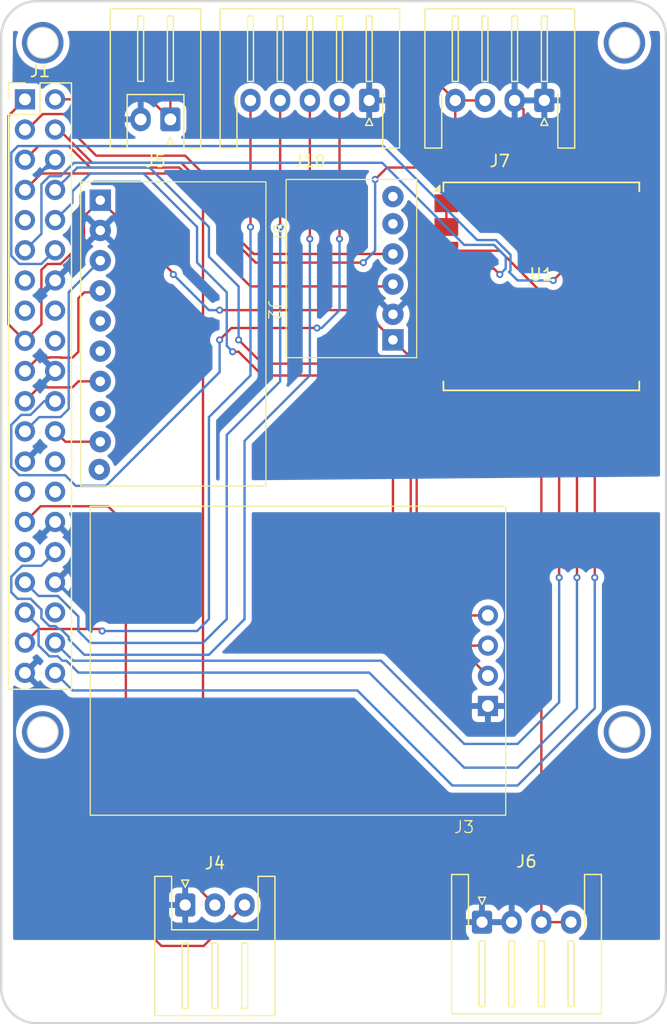
<source format=kicad_pcb>
(kicad_pcb (version 20241229) (generator "pcbnew") (generator_version "9.0")
  (layers (0 "F.Cu" signal) (2 "B.Cu" signal) (13 "F.Paste" user) (15 "B.Paste" user) (5 "F.SilkS" user "F.Silkscreen") (7 "B.SilkS" user "B.Silkscreen") (1 "F.Mask" user) (3 "B.Mask" user) (25 "Edge.Cuts" user))
  (net 0 "")
  (net 1 "/LORA_SCK")
  (net 2 "/GPS_TX")
  (net 3 "/PARACHUTE_ACTIVATION")
  (net 4 "+5V")
  (net 5 "/MPU_MISO")
  (net 6 "/LED_ALIM_AEROFR")
  (net 7 "/PARA_STATE_FEEDBACK")
  (net 8 "/LED_ALIM_LORA")
  (net 9 "GND")
  (net 11 "/SDA")
  (net 12 "/LED_OUVERT_PARA")
  (net 13 "/LED_INIT_AEROFR")
  (net 14 "+3V3")
  (net 15 "/SCL")
  (net 17 "/LED_FONC_PROGRAMMES")
  (net 18 "/MPU_CS")
  (net 19 "/GPS_RX")
  (net 20 "/LED_FONC_LORA")
  (net 21 "/LORA_CS")
  (net 22 "/LORA_RST")
  (net 23 "/LORA_MISO")
  (net 24 "/LORA_MOSI")
  (net 27 "/LED_ALIM_PARA")
  (net 28 "/MPU_MOSI")
  (net 29 "/MPU_SCK")
  (net 30 "/LED_ALIM_RPI_CAPTEURS")
  (net 31 "/LED_DECL_PARA")
  (net 32 "+3V3_LORA")
  (footprint "PHOENIX:BME 280" (layer "F.Cu") (at 108 58 -90)
    (property "Reference" "J2" (at 6 6 270) (layer "F.SilkS") (effects (font (thickness 0.1))))
    (property "Value" "BME280")
    (fp_line (start -5 5) (end -5 -6) (stroke (width 0.1)) (layer "F.SilkS"))
    (fp_line (start 10 5) (end -5 5) (stroke (width 0.1)) (layer "F.SilkS"))
    (fp_line (start -5 -6) (end 10 -6) (stroke (width 0.1)) (layer "F.SilkS"))
    (fp_line (start 10 -6) (end 10 5) (stroke (width 0.1)) (layer "F.SilkS"))
    (pad "1" thru_hole rect (at 8.5 -4 270) (size 1.8 1.8) (drill 0.8) (layers "*.Cu" "*.Mask") (net 14 "+3V3") (clearance 0.37))
    (pad "2" thru_hole circle (at 6.35 -4 270) (size 1.8 1.8) (drill 0.8) (layers "*.Cu" "*.Mask") (net 9 "GND") (clearance 0.37))
    (pad "3" thru_hole circle (at 3.81 -4 270) (size 1.8 1.8) (drill 0.8) (layers "*.Cu" "*.Mask") (net 15 "/SCL") (clearance 0.37))
    (pad "4" thru_hole circle (at 1.27 -4 270) (size 1.8 1.8) (drill 0.8) (layers "*.Cu" "*.Mask") (net 11 "/SDA") (clearance 0.37))
    (pad "5" thru_hole circle (at -1.27 -4 270) (size 1.8 1.8) (drill 0.8) (layers "*.Cu" "*.Mask") (clearance 0.37))
    (pad "6" thru_hole circle (at -3.556 -4 270) (size 1.8 1.8) (drill 0.8) (layers "*.Cu" "*.Mask") (clearance 0.37))
  )
  (footprint "Connector_JST:JST_XH_S3B-XH-A_1x03_P2.50mm_Horizontal" (layer "F.Cu") (at 94.5 114.055)
    (property "Reference" "J4" (at 2.5 -3.51 0) (layer "F.SilkS"))
    (property "Value" "PARACHUTE")
    (fp_line (start -2.56 -2.41) (end -1.14 -2.41) (stroke (width 0.12)) (layer "F.SilkS"))
    (fp_line (start -2.56 9.31) (end -2.56 -2.41) (stroke (width 0.12)) (layer "F.SilkS"))
    (fp_line (start -1.14 -2.41) (end -1.14 2.09) (stroke (width 0.12)) (layer "F.SilkS"))
    (fp_line (start -1.14 2.09) (end 2.5 2.09) (stroke (width 0.12)) (layer "F.SilkS"))
    (fp_line (start -0.3 -2.1) (end 0.3 -2.1) (stroke (width 0.12)) (layer "F.SilkS"))
    (fp_line (start 0 -1.5) (end -0.3 -2.1) (stroke (width 0.12)) (layer "F.SilkS"))
    (fp_line (start 0.3 -2.1) (end 0 -1.5) (stroke (width 0.12)) (layer "F.SilkS"))
    (fp_line (start 2.5 9.31) (end -2.56 9.31) (stroke (width 0.12)) (layer "F.SilkS"))
    (fp_line (start 2.5 9.31) (end 7.56 9.31) (stroke (width 0.12)) (layer "F.SilkS"))
    (fp_line (start 6.14 -2.41) (end 6.14 2.09) (stroke (width 0.12)) (layer "F.SilkS"))
    (fp_line (start 6.14 2.09) (end 2.5 2.09) (stroke (width 0.12)) (layer "F.SilkS"))
    (fp_line (start 7.56 -2.41) (end 6.14 -2.41) (stroke (width 0.12)) (layer "F.SilkS"))
    (fp_line (start 7.56 9.31) (end 7.56 -2.41) (stroke (width 0.12)) (layer "F.SilkS"))
    (fp_rect (start -0.25 3.2) (end 0.25 8.7) (stroke (width 0.12)) (fill no) (layer "F.SilkS"))
    (fp_rect (start 2.25 3.2) (end 2.75 8.7) (stroke (width 0.12)) (fill no) (layer "F.SilkS"))
    (fp_rect (start 4.75 3.2) (end 5.25 8.7) (stroke (width 0.12)) (fill no) (layer "F.SilkS"))
    (pad "1" thru_hole roundrect (at 0 0) (size 1.7 1.95) (drill 0.95) (layers "*.Cu" "*.Mask") (roundrect_rratio 0.147059) (net 9 "GND"))
    (pad "2" thru_hole oval (at 2.5 0) (size 1.7 1.95) (drill 0.95) (layers "*.Cu" "*.Mask") (net 3 "/PARACHUTE_ACTIVATION"))
    (pad "3" thru_hole oval (at 5 0) (size 1.7 1.95) (drill 0.95) (layers "*.Cu" "*.Mask") (net 7 "/PARA_STATE_FEEDBACK"))
  )
  (footprint "Connector_PinHeader_2.54mm:PinHeader_2x20_P2.54mm_Vertical" (layer "F.Cu") (at 81 46.26)
    (property "Reference" "J1" (at 1.27 -2.38 0) (layer "F.SilkS"))
    (property "Value" "Raspberry_Pi_4")
    (fp_line (start -1.38 -1.38) (end 0 -1.38) (stroke (width 0.12)) (layer "F.SilkS"))
    (fp_line (start -1.38 0) (end -1.38 -1.38) (stroke (width 0.12)) (layer "F.SilkS"))
    (fp_line (start -1.38 1.27) (end -1.38 49.64) (stroke (width 0.12)) (layer "F.SilkS"))
    (fp_line (start -1.38 1.27) (end 1.27 1.27) (stroke (width 0.12)) (layer "F.SilkS"))
    (fp_line (start -1.38 49.64) (end 3.92 49.64) (stroke (width 0.12)) (layer "F.SilkS"))
    (fp_line (start 1.27 -1.38) (end 3.92 -1.38) (stroke (width 0.12)) (layer "F.SilkS"))
    (fp_line (start 1.27 1.27) (end 1.27 -1.38) (stroke (width 0.12)) (layer "F.SilkS"))
    (fp_line (start 3.92 -1.38) (end 3.92 49.64) (stroke (width 0.12)) (layer "F.SilkS"))
    (pad "1" thru_hole rect (at 0 0) (size 1.7 1.7) (drill 1) (layers "*.Cu" "*.Mask") (net 14 "+3V3"))
    (pad "2" thru_hole circle (at 2.54 0) (size 1.7 1.7) (drill 1) (layers "*.Cu" "*.Mask") (net 4 "+5V"))
    (pad "3" thru_hole circle (at 0 2.54) (size 1.7 1.7) (drill 1) (layers "*.Cu" "*.Mask") (net 11 "/SDA"))
    (pad "4" thru_hole circle (at 2.54 2.54) (size 1.7 1.7) (drill 1) (layers "*.Cu" "*.Mask") (net 4 "+5V"))
    (pad "5" thru_hole circle (at 0 5.08) (size 1.7 1.7) (drill 1) (layers "*.Cu" "*.Mask") (net 15 "/SCL"))
    (pad "6" thru_hole circle (at 2.54 5.08) (size 1.7 1.7) (drill 1) (layers "*.Cu" "*.Mask") (net 9 "GND"))
    (pad "7" thru_hole circle (at 0 7.62) (size 1.7 1.7) (drill 1) (layers "*.Cu" "*.Mask") (net 3 "/PARACHUTE_ACTIVATION"))
    (pad "8" thru_hole circle (at 2.54 7.62) (size 1.7 1.7) (drill 1) (layers "*.Cu" "*.Mask") (net 19 "/GPS_RX"))
    (pad "9" thru_hole circle (at 0 10.16) (size 1.7 1.7) (drill 1) (layers "*.Cu" "*.Mask") (net 9 "GND"))
    (pad "10" thru_hole circle (at 2.54 10.16) (size 1.7 1.7) (drill 1) (layers "*.Cu" "*.Mask") (net 2 "/GPS_TX"))
    (pad "11" thru_hole circle (at 0 12.7) (size 1.7 1.7) (drill 1) (layers "*.Cu" "*.Mask") (net 22 "/LORA_RST"))
    (pad "12" thru_hole circle (at 2.54 12.7) (size 1.7 1.7) (drill 1) (layers "*.Cu" "*.Mask") (net 21 "/LORA_CS"))
    (pad "13" thru_hole circle (at 0 15.24) (size 1.7 1.7) (drill 1) (layers "*.Cu" "*.Mask"))
    (pad "14" thru_hole circle (at 2.54 15.24) (size 1.7 1.7) (drill 1) (layers "*.Cu" "*.Mask") (net 9 "GND"))
    (pad "15" thru_hole circle (at 0 17.78) (size 1.7 1.7) (drill 1) (layers "*.Cu" "*.Mask") (net 27 "/LED_ALIM_PARA"))
    (pad "16" thru_hole circle (at 2.54 17.78) (size 1.7 1.7) (drill 1) (layers "*.Cu" "*.Mask") (net 12 "/LED_OUVERT_PARA"))
    (pad "17" thru_hole circle (at 0 20.32) (size 1.7 1.7) (drill 1) (layers "*.Cu" "*.Mask") (net 14 "+3V3"))
    (pad "18" thru_hole circle (at 2.54 20.32) (size 1.7 1.7) (drill 1) (layers "*.Cu" "*.Mask") (net 31 "/LED_DECL_PARA"))
    (pad "19" thru_hole circle (at 0 22.86) (size 1.7 1.7) (drill 1) (layers "*.Cu" "*.Mask") (net 28 "/MPU_MOSI"))
    (pad "20" thru_hole circle (at 2.54 22.86) (size 1.7 1.7) (drill 1) (layers "*.Cu" "*.Mask") (net 9 "GND"))
    (pad "21" thru_hole circle (at 0 25.4) (size 1.7 1.7) (drill 1) (layers "*.Cu" "*.Mask") (net 5 "/MPU_MISO"))
    (pad "22" thru_hole circle (at 2.54 25.4) (size 1.7 1.7) (drill 1) (layers "*.Cu" "*.Mask") (net 30 "/LED_ALIM_RPI_CAPTEURS"))
    (pad "23" thru_hole circle (at 0 27.94) (size 1.7 1.7) (drill 1) (layers "*.Cu" "*.Mask") (net 29 "/MPU_SCK"))
    (pad "24" thru_hole circle (at 2.54 27.94) (size 1.7 1.7) (drill 1) (layers "*.Cu" "*.Mask") (net 18 "/MPU_CS"))
    (pad "25" thru_hole circle (at 0 30.48) (size 1.7 1.7) (drill 1) (layers "*.Cu" "*.Mask") (net 9 "GND"))
    (pad "26" thru_hole circle (at 2.54 30.48) (size 1.7 1.7) (drill 1) (layers "*.Cu" "*.Mask") (net 13 "/LED_INIT_AEROFR"))
    (pad "27" thru_hole circle (at 0 33.02) (size 1.7 1.7) (drill 1) (layers "*.Cu" "*.Mask"))
    (pad "28" thru_hole circle (at 2.54 33.02) (size 1.7 1.7) (drill 1) (layers "*.Cu" "*.Mask"))
    (pad "29" thru_hole circle (at 0 35.56) (size 1.7 1.7) (drill 1) (layers "*.Cu" "*.Mask") (net 7 "/PARA_STATE_FEEDBACK"))
    (pad "30" thru_hole circle (at 2.54 35.56) (size 1.7 1.7) (drill 1) (layers "*.Cu" "*.Mask") (net 9 "GND"))
    (pad "31" thru_hole circle (at 0 38.1) (size 1.7 1.7) (drill 1) (layers "*.Cu" "*.Mask") (net 6 "/LED_ALIM_AEROFR"))
    (pad "32" thru_hole circle (at 2.54 38.1) (size 1.7 1.7) (drill 1) (layers "*.Cu" "*.Mask") (net 8 "/LED_ALIM_LORA"))
    (pad "33" thru_hole circle (at 0 40.64) (size 1.7 1.7) (drill 1) (layers "*.Cu" "*.Mask") (net 20 "/LED_FONC_LORA"))
    (pad "34" thru_hole circle (at 2.54 40.64) (size 1.7 1.7) (drill 1) (layers "*.Cu" "*.Mask") (net 9 "GND"))
    (pad "35" thru_hole circle (at 0 43.18) (size 1.7 1.7) (drill 1) (layers "*.Cu" "*.Mask") (net 23 "/LORA_MISO"))
    (pad "36" thru_hole circle (at 2.54 43.18) (size 1.7 1.7) (drill 1) (layers "*.Cu" "*.Mask"))
    (pad "37" thru_hole circle (at 0 45.72) (size 1.7 1.7) (drill 1) (layers "*.Cu" "*.Mask") (net 17 "/LED_FONC_PROGRAMMES"))
    (pad "38" thru_hole circle (at 2.54 45.72) (size 1.7 1.7) (drill 1) (layers "*.Cu" "*.Mask") (net 24 "/LORA_MOSI"))
    (pad "39" thru_hole circle (at 0 48.26) (size 1.7 1.7) (drill 1) (layers "*.Cu" "*.Mask") (net 9 "GND"))
    (pad "40" thru_hole circle (at 2.54 48.26) (size 1.7 1.7) (drill 1) (layers "*.Cu" "*.Mask") (net 1 "/LORA_SCK"))
  )
  (footprint "Connector_JST:JST_XH_S5B-XH-A-1_1x05_P2.50mm_Horizontal" (layer "F.Cu") (at 110 46.35 180)
    (property "Reference" "J10" (at 5 -5.1 0) (layer "F.SilkS"))
    (property "Value" "Conn_01x05")
    (fp_line (start 12.56 7.71) (end 12.56 -4.01) (stroke (width 0.12)) (layer "F.SilkS"))
    (fp_line (start 12.56 -4.01) (end 11.14 -4.01) (stroke (width 0.12)) (layer "F.SilkS"))
    (fp_line (start 11.14 -4.01) (end 11.14 0.49) (stroke (width 0.12)) (layer "F.SilkS"))
    (fp_line (start 5 7.71) (end 12.56 7.71) (stroke (width 0.12)) (layer "F.SilkS"))
    (fp_line (start 5 7.71) (end -2.56 7.71) (stroke (width 0.12)) (layer "F.SilkS"))
    (fp_line (start 0.3 -2.1) (end 0 -1.5) (stroke (width 0.12)) (layer "F.SilkS"))
    (fp_line (start 0 -1.5) (end -0.3 -2.1) (stroke (width 0.12)) (layer "F.SilkS"))
    (fp_line (start -0.3 -2.1) (end 0.3 -2.1) (stroke (width 0.12)) (layer "F.SilkS"))
    (fp_line (start -1.14 -4.01) (end -1.14 0.49) (stroke (width 0.12)) (layer "F.SilkS"))
    (fp_line (start -2.56 7.71) (end -2.56 -4.01) (stroke (width 0.12)) (layer "F.SilkS"))
    (fp_line (start -2.56 -4.01) (end -1.14 -4.01) (stroke (width 0.12)) (layer "F.SilkS"))
    (fp_rect (start 9.75 1.6) (end 10.25 7.1) (stroke (width 0.12)) (fill no) (layer "F.SilkS"))
    (fp_rect (start 7.25 1.6) (end 7.75 7.1) (stroke (width 0.12)) (fill no) (layer "F.SilkS"))
    (fp_rect (start 4.75 1.6) (end 5.25 7.1) (stroke (width 0.12)) (fill no) (layer "F.SilkS"))
    (fp_rect (start 2.25 1.6) (end 2.75 7.1) (stroke (width 0.12)) (fill no) (layer "F.SilkS"))
    (fp_rect (start -0.25 1.6) (end 0.25 7.1) (stroke (width 0.12)) (fill no) (layer "F.SilkS"))
    (pad "1" thru_hole roundrect (at 0 0 180) (size 1.7 1.95) (drill 0.95) (layers "*.Cu" "*.Mask") (roundrect_rratio 0.147059) (net 9 "GND"))
    (pad "2" thru_hole oval (at 2.5 0 180) (size 1.7 1.95) (drill 0.95) (layers "*.Cu" "*.Mask") (net 30 "/LED_ALIM_RPI_CAPTEURS"))
    (pad "3" thru_hole oval (at 5 0 180) (size 1.7 1.95) (drill 0.95) (layers "*.Cu" "*.Mask") (net 8 "/LED_ALIM_LORA"))
    (pad "4" thru_hole oval (at 7.5 0 180) (size 1.7 1.95) (drill 0.95) (layers "*.Cu" "*.Mask") (net 20 "/LED_FONC_LORA"))
    (pad "5" thru_hole oval (at 10 0 180) (size 1.7 1.95) (drill 0.95) (layers "*.Cu" "*.Mask") (net 17 "/LED_FONC_PROGRAMMES"))
  )
  (footprint "Connector_JST:JST_XH_S4B-XH-A-1_1x04_P2.50mm_Horizontal" (layer "F.Cu") (at 124.75 46.35 180)
    (property "Reference" "J7" (at 3.75 -5.1 0) (layer "F.SilkS"))
    (property "Value" "power_RPI")
    (fp_line (start 10.06 7.71) (end 10.06 -4.01) (stroke (width 0.12)) (layer "F.SilkS"))
    (fp_line (start 10.06 -4.01) (end 8.64 -4.01) (stroke (width 0.12)) (layer "F.SilkS"))
    (fp_line (start 8.64 -4.01) (end 8.64 0.49) (stroke (width 0.12)) (layer "F.SilkS"))
    (fp_line (start 3.75 7.71) (end 10.06 7.71) (stroke (width 0.12)) (layer "F.SilkS"))
    (fp_line (start 3.75 7.71) (end -2.56 7.71) (stroke (width 0.12)) (layer "F.SilkS"))
    (fp_line (start 0.3 -2.1) (end 0 -1.5) (stroke (width 0.12)) (layer "F.SilkS"))
    (fp_line (start 0 -1.5) (end -0.3 -2.1) (stroke (width 0.12)) (layer "F.SilkS"))
    (fp_line (start -0.3 -2.1) (end 0.3 -2.1) (stroke (width 0.12)) (layer "F.SilkS"))
    (fp_line (start -1.14 -4.01) (end -1.14 0.49) (stroke (width 0.12)) (layer "F.SilkS"))
    (fp_line (start -2.56 7.71) (end -2.56 -4.01) (stroke (width 0.12)) (layer "F.SilkS"))
    (fp_line (start -2.56 -4.01) (end -1.14 -4.01) (stroke (width 0.12)) (layer "F.SilkS"))
    (fp_rect (start 7.25 1.6) (end 7.75 7.1) (stroke (width 0.12)) (fill no) (layer "F.SilkS"))
    (fp_rect (start 4.75 1.6) (end 5.25 7.1) (stroke (width 0.12)) (fill no) (layer "F.SilkS"))
    (fp_rect (start 2.25 1.6) (end 2.75 7.1) (stroke (width 0.12)) (fill no) (layer "F.SilkS"))
    (fp_rect (start -0.25 1.6) (end 0.25 7.1) (stroke (width 0.12)) (fill no) (layer "F.SilkS"))
    (pad "1" thru_hole roundrect (at 0 0 180) (size 1.7 1.95) (drill 0.95) (layers "*.Cu" "*.Mask") (roundrect_rratio 0.147059) (net 9 "GND"))
    (pad "2" thru_hole oval (at 2.5 0 180) (size 1.7 1.95) (drill 0.95) (layers "*.Cu" "*.Mask") (net 9 "GND"))
    (pad "3" thru_hole oval (at 5 0 180) (size 1.7 1.95) (drill 0.95) (layers "*.Cu" "*.Mask") (net 4 "+5V"))
    (pad "4" thru_hole oval (at 7.5 0 180) (size 1.7 1.95) (drill 0.95) (layers "*.Cu" "*.Mask") (net 4 "+5V"))
  )
  (footprint "RF_Module:Ai-Thinker-Ra-01-LoRa" (layer "F.Cu") (at 124.5 62)
    (property "Reference" "U1" (at 0 -1 0) (layer "F.SilkS"))
    (property "Value" "Ai-Thinker-Ra-02")
    (fp_line (start -8.25 -8.75) (end 8.25 -8.75) (stroke (width 0.15)) (layer "F.SilkS"))
    (fp_line (start -8.25 -8) (end -8.25 -8.75) (stroke (width 0.15)) (layer "F.SilkS"))
    (fp_line (start -8.25 8) (end -8.25 8.75) (stroke (width 0.15)) (layer "F.SilkS"))
    (fp_line (start -8.25 8.75) (end 8.25 8.75) (stroke (width 0.15)) (layer "F.SilkS"))
    (fp_line (start 8.25 -8.75) (end 8.25 -8) (stroke (width 0.15)) (layer "F.SilkS"))
    (fp_line (start 8.25 8.75) (end 8.25 8) (stroke (width 0.15)) (layer "F.SilkS"))
    (fp_poly (pts (xy -8.55 -8) (xy -9.05 -8) (xy -8.55 -8.5) (xy -8.55 -8)) (stroke (width 0.12)) (fill yes) (layer "F.SilkS"))
    (pad "1" smd rect (at -8 -7) (size 2 1.5) (layers "F.Cu" "F.Mask" "F.Paste") (net 9 "GND"))
    (pad "2" smd rect (at -8 -5) (size 2 1.5) (layers "F.Cu" "F.Mask" "F.Paste") (net 9 "GND"))
    (pad "3" smd rect (at -8 -3) (size 2 1.5) (layers "F.Cu" "F.Mask" "F.Paste") (net 32 "+3V3_LORA"))
    (pad "4" smd rect (at -8 -1) (size 2 1.5) (layers "F.Cu" "F.Mask" "F.Paste") (net 22 "/LORA_RST"))
    (pad "5" smd rect (at -8 1) (size 2 1.5) (layers "F.Cu" "F.Mask" "F.Paste"))
    (pad "6" smd rect (at -8 3) (size 2 1.5) (layers "F.Cu" "F.Mask" "F.Paste"))
    (pad "7" smd rect (at -8 5) (size 2 1.5) (layers "F.Cu" "F.Mask" "F.Paste"))
    (pad "8" smd rect (at -8 7) (size 2 1.5) (layers "F.Cu" "F.Mask" "F.Paste"))
    (pad "9" smd rect (at 8 7) (size 2 1.5) (layers "F.Cu" "F.Mask" "F.Paste") (net 9 "GND"))
    (pad "10" smd rect (at 8 5) (size 2 1.5) (layers "F.Cu" "F.Mask" "F.Paste"))
    (pad "11" smd rect (at 8 3) (size 2 1.5) (layers "F.Cu" "F.Mask" "F.Paste"))
    (pad "12" smd rect (at 8 1) (size 2 1.5) (layers "F.Cu" "F.Mask" "F.Paste") (net 1 "/LORA_SCK"))
    (pad "13" smd rect (at 8 -1) (size 2 1.5) (layers "F.Cu" "F.Mask" "F.Paste") (net 23 "/LORA_MISO"))
    (pad "14" smd rect (at 8 -3) (size 2 1.5) (layers "F.Cu" "F.Mask" "F.Paste") (net 24 "/LORA_MOSI"))
    (pad "15" smd rect (at 8 -5) (size 2 1.5) (layers "F.Cu" "F.Mask" "F.Paste") (net 21 "/LORA_CS"))
    (pad "16" smd rect (at 8 -7) (size 2 1.5) (layers "F.Cu" "F.Mask" "F.Paste") (net 9 "GND"))
  )
  (footprint "Connector_JST:JST_XH_S4B-XH-A-1_1x04_P2.50mm_Horizontal" (layer "F.Cu") (at 119.5 115.5)
    (property "Reference" "J6" (at 3.75 -5.1 0) (layer "F.SilkS"))
    (property "Value" "power LORA")
    (fp_line (start -2.56 -4.01) (end -1.14 -4.01) (stroke (width 0.12)) (layer "F.SilkS"))
    (fp_line (start -2.56 7.71) (end -2.56 -4.01) (stroke (width 0.12)) (layer "F.SilkS"))
    (fp_line (start -1.14 -4.01) (end -1.14 0.49) (stroke (width 0.12)) (layer "F.SilkS"))
    (fp_line (start -0.3 -2.1) (end 0.3 -2.1) (stroke (width 0.12)) (layer "F.SilkS"))
    (fp_line (start 0 -1.5) (end -0.3 -2.1) (stroke (width 0.12)) (layer "F.SilkS"))
    (fp_line (start 0.3 -2.1) (end 0 -1.5) (stroke (width 0.12)) (layer "F.SilkS"))
    (fp_line (start 3.75 7.71) (end -2.56 7.71) (stroke (width 0.12)) (layer "F.SilkS"))
    (fp_line (start 3.75 7.71) (end 10.06 7.71) (stroke (width 0.12)) (layer "F.SilkS"))
    (fp_line (start 8.64 -4.01) (end 8.64 0.49) (stroke (width 0.12)) (layer "F.SilkS"))
    (fp_line (start 10.06 -4.01) (end 8.64 -4.01) (stroke (width 0.12)) (layer "F.SilkS"))
    (fp_line (start 10.06 7.71) (end 10.06 -4.01) (stroke (width 0.12)) (layer "F.SilkS"))
    (fp_rect (start -0.25 1.6) (end 0.25 7.1) (stroke (width 0.12)) (fill no) (layer "F.SilkS"))
    (fp_rect (start 2.25 1.6) (end 2.75 7.1) (stroke (width 0.12)) (fill no) (layer "F.SilkS"))
    (fp_rect (start 4.75 1.6) (end 5.25 7.1) (stroke (width 0.12)) (fill no) (layer "F.SilkS"))
    (fp_rect (start 7.25 1.6) (end 7.75 7.1) (stroke (width 0.12)) (fill no) (layer "F.SilkS"))
    (pad "1" thru_hole roundrect (at 0 0) (size 1.7 1.95) (drill 0.95) (layers "*.Cu" "*.Mask") (roundrect_rratio 0.147059) (net 9 "GND"))
    (pad "2" thru_hole oval (at 2.5 0) (size 1.7 1.95) (drill 0.95) (layers "*.Cu" "*.Mask") (net 9 "GND"))
    (pad "3" thru_hole oval (at 5 0) (size 1.7 1.95) (drill 0.95) (layers "*.Cu" "*.Mask") (net 32 "+3V3_LORA"))
    (pad "4" thru_hole oval (at 7.5 0) (size 1.7 1.95) (drill 0.95) (layers "*.Cu" "*.Mask") (net 32 "+3V3_LORA"))
  )
  (footprint "PHOENIX:GPS-MV2" (layer "F.Cu") (at 104 93.5)
    (property "Reference" "J3" (at 14 14 0) (layer "F.SilkS") (effects (font (thickness 0.1))))
    (property "Value" "GPS")
    (fp_line (start -17.5 -13) (end 17.5 -13) (stroke (width 0.1)) (layer "F.SilkS"))
    (fp_line (start -17.5 13) (end -17.5 -13) (stroke (width 0.1)) (layer "F.SilkS"))
    (fp_line (start 17.5 -13) (end 17.5 13) (stroke (width 0.1)) (layer "F.SilkS"))
    (fp_line (start 17.5 13) (end -17.5 13) (stroke (width 0.1)) (layer "F.SilkS"))
    (pad "1" thru_hole rect (at 16 3.81 180) (size 1.7 1.7) (drill 1) (layers "*.Cu" "*.Mask") (net 9 "GND"))
    (pad "2" thru_hole circle (at 16 1.27 180) (size 1.7 1.7) (drill 1) (layers "*.Cu" "*.Mask") (net 2 "/GPS_TX"))
    (pad "3" thru_hole circle (at 16 -1.27 180) (size 1.7 1.7) (drill 1) (layers "*.Cu" "*.Mask") (net 19 "/GPS_RX"))
    (pad "4" thru_hole circle (at 16 -3.81 180) (size 1.7 1.7) (drill 1) (layers "*.Cu" "*.Mask") (net 14 "+3V3"))
  )
  (footprint "Connector_JST:JST_XH_S2B-XH-A_1x02_P2.50mm_Horizontal" (layer "F.Cu") (at 93.25 47.945 180)
    (property "Reference" "J5" (at 1.25 -3.51 0) (layer "F.SilkS"))
    (property "Value" "Conn_01x02")
    (fp_line (start 5.06 9.31) (end 5.06 -2.41) (stroke (width 0.12)) (layer "F.SilkS"))
    (fp_line (start 5.06 -2.41) (end 3.64 -2.41) (stroke (width 0.12)) (layer "F.SilkS"))
    (fp_line (start 3.64 2.09) (end 1.25 2.09) (stroke (width 0.12)) (layer "F.SilkS"))
    (fp_line (start 3.64 -2.41) (end 3.64 2.09) (stroke (width 0.12)) (layer "F.SilkS"))
    (fp_line (start 1.25 9.31) (end 5.06 9.31) (stroke (width 0.12)) (layer "F.SilkS"))
    (fp_line (start 1.25 9.31) (end -2.56 9.31) (stroke (width 0.12)) (layer "F.SilkS"))
    (fp_line (start 0.3 -2.1) (end 0 -1.5) (stroke (width 0.12)) (layer "F.SilkS"))
    (fp_line (start 0 -1.5) (end -0.3 -2.1) (stroke (width 0.12)) (layer "F.SilkS"))
    (fp_line (start -0.3 -2.1) (end 0.3 -2.1) (stroke (width 0.12)) (layer "F.SilkS"))
    (fp_line (start -1.14 2.09) (end 1.25 2.09) (stroke (width 0.12)) (layer "F.SilkS"))
    (fp_line (start -1.14 -2.41) (end -1.14 2.09) (stroke (width 0.12)) (layer "F.SilkS"))
    (fp_line (start -2.56 9.31) (end -2.56 -2.41) (stroke (width 0.12)) (layer "F.SilkS"))
    (fp_line (start -2.56 -2.41) (end -1.14 -2.41) (stroke (width 0.12)) (layer "F.SilkS"))
    (fp_rect (start 2.25 3.2) (end 2.75 8.7) (stroke (width 0.12)) (fill no) (layer "F.SilkS"))
    (fp_rect (start -0.25 3.2) (end 0.25 8.7) (stroke (width 0.12)) (fill no) (layer "F.SilkS"))
    (pad "1" thru_hole roundrect (at 0 0 180) (size 1.7 2) (drill 1) (layers "*.Cu" "*.Mask") (roundrect_rratio 0.147059) (net 4 "+5V"))
    (pad "2" thru_hole oval (at 2.5 0 180) (size 1.7 2) (drill 1) (layers "*.Cu" "*.Mask") (net 9 "GND"))
  )
  (footprint "PHOENIX:MPU-9250" (layer "F.Cu") (at 93.5 65.5 90)
    (property "Reference" "J8" (at 8 9 90) (layer "F.SilkS") (effects (font (thickness 0.1))))
    (property "Value" "MPU_6500")
    (fp_line (start 12.3 -7.8) (end 12.3 7.8) (stroke (width 0.1)) (layer "F.SilkS"))
    (fp_line (start -13.3 -7.8) (end 12.3 -7.8) (stroke (width 0.1)) (layer "F.SilkS"))
    (fp_line (start 12.3 7.8) (end -13.3 7.8) (stroke (width 0.1)) (layer "F.SilkS"))
    (fp_line (start -13.3 7.8) (end -13.3 -7.8) (stroke (width 0.1)) (layer "F.SilkS"))
    (pad "1" thru_hole rect (at 10.74878 -6.154146 270) (size 1.8 1.8) (drill 0.8) (layers "*.Cu" "*.Mask") (net 14 "+3V3") (clearance 0.37))
    (pad "2" thru_hole circle (at 8.20878 -6.154146 270) (size 1.8 1.8) (drill 0.8) (layers "*.Cu" "*.Mask") (net 9 "GND") (clearance 0.37))
    (pad "3" thru_hole circle (at 5.66878 -6.154146 270) (size 1.8 1.8) (drill 0.8) (layers "*.Cu" "*.Mask") (net 29 "/MPU_SCK") (clearance 0.37))
    (pad "4" thru_hole circle (at 3.12878 -6.154146 270) (size 1.8 1.8) (drill 0.8) (layers "*.Cu" "*.Mask") (net 28 "/MPU_MOSI") (clearance 0.37))
    (pad "5" thru_hole circle (at 0.58878 -6.154146 270) (size 1.8 1.8) (drill 0.8) (layers "*.Cu" "*.Mask") (clearance 0.37))
    (pad "6" thru_hole circle (at -1.95122 -6.154146 270) (size 1.8 1.8) (drill 0.8) (layers "*.Cu" "*.Mask") (clearance 0.37))
    (pad "7" thru_hole circle (at -4.49122 -6.154146 270) (size 1.8 1.8) (drill 0.8) (layers "*.Cu" "*.Mask") (net 5 "/MPU_MISO") (clearance 0.37))
    (pad "8" thru_hole circle (at -7.03122 -6.154146 270) (size 1.8 1.8) (drill 0.8) (layers "*.Cu" "*.Mask") (clearance 0.37))
    (pad "9" thru_hole circle (at -9.57122 -6.154146 270) (size 1.8 1.8) (drill 0.8) (layers "*.Cu" "*.Mask") (net 18 "/MPU_CS") (clearance 0.37))
    (pad "10" thru_hole circle (at -11.91122 -6.234146 270) (size 1.8 1.8) (drill 0.8) (layers "*.Cu" "*.Mask") (clearance 0.37))
  )
  (gr_arc (start 79 41) (mid 79.87868 38.87868) (end 82 38) (stroke (width 0.2)) (layer "Edge.Cuts"))
  (gr_arc (start 82 124) (mid 79.87868 123.12132) (end 79 121) (stroke (width 0.2)) (layer "Edge.Cuts"))
  (gr_line (start 79 41) (end 79 121) (stroke (width 0.2)) (layer "Edge.Cuts"))
  (gr_circle (center 82.5 41.5) (end 82.5 42.75) (stroke (width 0.2)) (fill no) (layer "Edge.Cuts"))
  (gr_arc (start 132 38) (mid 134.12132 38.87868) (end 135 41) (stroke (width 0.2)) (layer "Edge.Cuts"))
  (gr_line (start 82 38) (end 132 38) (stroke (width 0.2)) (layer "Edge.Cuts"))
  (gr_arc (start 135 121) (mid 134.12132 123.12132) (end 132 124) (stroke (width 0.2)) (layer "Edge.Cuts"))
  (gr_circle (center 135 124) (end 135 124.01) (stroke (width 0.0001)) (fill yes) (layer "Edge.Cuts"))
  (gr_circle (center 79 38) (end 79 38.01) (stroke (width 0.0001)) (fill yes) (layer "Edge.Cuts"))
  (gr_circle (center 131.5 41.5) (end 131.5 42.75) (stroke (width 0.2)) (fill no) (layer "Edge.Cuts"))
  (gr_circle (center 135 38) (end 135 38.01) (stroke (width 0.0001)) (fill yes) (layer "Edge.Cuts"))
  (gr_line (start 135 41) (end 135 121) (stroke (width 0.2)) (layer "Edge.Cuts"))
  (gr_circle (center 82.5 99.5) (end 82.5 100.75) (stroke (width 0.2)) (fill no) (layer "Edge.Cuts"))
  (gr_circle (center 131.5 99.5) (end 131.5 100.75) (stroke (width 0.2)) (fill no) (layer "Edge.Cuts"))
  (gr_line (start 82 124) (end 132 124) (stroke (width 0.2)) (layer "Edge.Cuts"))
  (via (at 131.5 99.5) (size 3.5) (drill 2.5) (layers "F.Cu" "B.Cu") (net 0))
  (via (at 82.5 99.5) (size 3.5) (drill 2.5) (layers "F.Cu" "B.Cu") (net 0))
  (via (at 131.5 41.5) (size 3.5) (drill 2.5) (layers "F.Cu" "B.Cu") (net 0))
  (via (at 82.5 41.5) (size 3.5) (drill 2.5) (layers "F.Cu" "B.Cu") (net 0))
  (segment (start 129 65) (end 129 86.5) (width 0.2) (layer "F.Cu") (net 1))
  (segment (start 131 63) (end 129 65) (width 0.2) (layer "F.Cu") (net 1))
  (segment (start 132.5 63) (end 131 63) (width 0.2) (layer "F.Cu") (net 1))
  (via (at 129 86.5) (size 0.6) (drill 0.3) (layers "F.Cu" "B.Cu") (net 1))
  (segment (start 122.5 104) (end 117 104) (width 0.2) (layer "B.Cu") (net 1))
  (segment (start 109 96) (end 85.02 96) (width 0.2) (layer "B.Cu") (net 1))
  (segment (start 129 86.5) (end 129 97.5) (width 0.2) (layer "B.Cu") (net 1))
  (segment (start 85.02 96) (end 83.54 94.52) (width 0.2) (layer "B.Cu") (net 1))
  (segment (start 129 97.5) (end 122.5 104) (width 0.2) (layer "B.Cu") (net 1))
  (segment (start 117 104) (end 109 96) (width 0.2) (layer "B.Cu") (net 1))
  (segment (start 101 69.5) (end 99 67.5) (width 0.2) (layer "F.Cu") (net 2))
  (segment (start 120 94.77) (end 118.23 93) (width 0.2) (layer "F.Cu") (net 2))
  (segment (start 110.5 69.5) (end 101 69.5) (width 0.2) (layer "F.Cu") (net 2))
  (segment (start 112 71) (end 110.5 69.5) (width 0.2) (layer "F.Cu") (net 2))
  (segment (start 99 67.5) (end 98.5 67.5) (width 0.2) (layer "F.Cu") (net 2))
  (segment (start 115.5 93) (end 112.5 90) (width 0.2) (layer "F.Cu") (net 2))
  (segment (start 112 89.5) (end 112 71) (width 0.2) (layer "F.Cu") (net 2))
  (segment (start 118.23 93) (end 116 93) (width 0.2) (layer "F.Cu") (net 2))
  (segment (start 116 93) (end 115.5 93) (width 0.2) (layer "F.Cu") (net 2))
  (segment (start 112.5 90) (end 112 89.5) (width 0.2) (layer "F.Cu") (net 2))
  (via (at 98.5 67.5) (size 0.6) (drill 0.3) (layers "F.Cu" "B.Cu") (net 2))
  (segment (start 85 54.96) (end 83.54 56.42) (width 0.2) (layer "B.Cu") (net 2))
  (segment (start 85 54) (end 85 54.96) (width 0.2) (layer "B.Cu") (net 2))
  (segment (start 95.5 60) (end 95.5 57) (width 0.2) (layer "B.Cu") (net 2))
  (segment (start 95.5 57) (end 91 52.5) (width 0.2) (layer "B.Cu") (net 2))
  (segment (start 98 62.5) (end 95.5 60) (width 0.2) (layer "B.Cu") (net 2))
  (segment (start 98 67) (end 98 62.5) (width 0.2) (layer "B.Cu") (net 2))
  (segment (start 86.5 52.5) (end 85 54) (width 0.2) (layer "B.Cu") (net 2))
  (segment (start 91 52.5) (end 86.5 52.5) (width 0.2) (layer "B.Cu") (net 2))
  (segment (start 98.5 67.5) (end 98 67) (width 0.2) (layer "B.Cu") (net 2))
  (segment (start 96 55) (end 93.5 52.5) (width 0.2) (layer "F.Cu") (net 3))
  (segment (start 93.5 52.5) (end 82.38 52.5) (width 0.2) (layer "F.Cu") (net 3))
  (segment (start 82.38 52.5) (end 81 53.88) (width 0.2) (layer "F.Cu") (net 3))
  (segment (start 97 114.055) (end 96 113.055) (width 0.2) (layer "F.Cu") (net 3))
  (segment (start 96 113.055) (end 96 55) (width 0.2) (layer "F.Cu") (net 3))
  (segment (start 93.25 47.945) (end 93.25 46.25) (width 0.2) (layer "F.Cu") (net 4))
  (segment (start 93.25 47.945) (end 91.565 46.26) (width 0.2) (layer "F.Cu") (net 4))
  (segment (start 116.5 52) (end 117.25 51.25) (width 0.2) (layer "F.Cu") (net 4))
  (segment (start 83.54 48.8) (end 83.8671 48.8) (width 0.2) (layer "F.Cu") (net 4))
  (segment (start 93.25 46.25) (end 95 44.5) (width 0.2) (layer "F.Cu") (net 4))
  (segment (start 98.401 55.8339) (end 98.401 57.9681) (width 0.2) (layer "F.Cu") (net 4))
  (segment (start 86.6661 51.599) (end 94.1661 51.599) (width 0.2) (layer "F.Cu") (net 4))
  (segment (start 98.401 57.9681) (end 100.4329 60) (width 0.2) (layer "F.Cu") (net 4))
  (segment (start 115.4 44.5) (end 117.25 46.35) (width 0.2) (layer "F.Cu") (net 4))
  (segment (start 95 44.5) (end 115.4 44.5) (width 0.2) (layer "F.Cu") (net 4))
  (segment (start 111.5 52) (end 116.5 52) (width 0.2) (layer "F.Cu") (net 4))
  (segment (start 91.565 46.26) (end 83.54 46.26) (width 0.2) (layer "F.Cu") (net 4))
  (segment (start 94.1661 51.599) (end 98.401 55.8339) (width 0.2) (layer "F.Cu") (net 4))
  (segment (start 117.25 46.35) (end 119.75 46.35) (width 0.2) (layer "F.Cu") (net 4))
  (segment (start 108.5 60) (end 109.5 60) (width 0.2) (layer "F.Cu") (net 4))
  (segment (start 110.5 53) (end 111.5 52) (width 0.2) (layer "F.Cu") (net 4))
  (segment (start 117.25 51.25) (end 117.25 46.35) (width 0.2) (layer "F.Cu") (net 4))
  (segment (start 83.8671 48.8) (end 86.6661 51.599) (width 0.2) (layer "F.Cu") (net 4))
  (segment (start 100.4329 60) (end 108.5 60) (width 0.2) (layer "F.Cu") (net 4))
  (via (at 109.5 60) (size 0.6) (drill 0.3) (layers "F.Cu" "B.Cu") (net 4))
  (via (at 110.5 53) (size 0.6) (drill 0.3) (layers "F.Cu" "B.Cu") (net 4))
  (segment (start 109.5 60) (end 110.5 59) (width 0.2) (layer "B.Cu") (net 4))
  (segment (start 110.5 59) (end 110.5 53) (width 0.2) (layer "B.Cu") (net 4))
  (segment (start 85 70.5) (end 82.16 70.5) (width 0.2) (layer "F.Cu") (net 5))
  (segment (start 85.50878 69.99122) (end 85 70.5) (width 0.2) (layer "F.Cu") (net 5))
  (segment (start 87.345854 69.99122) (end 85.50878 69.99122) (width 0.2) (layer "F.Cu") (net 5))
  (segment (start 82.16 70.5) (end 81 71.66) (width 0.2) (layer "F.Cu") (net 5))
  (segment (start 88 80.5) (end 82.32 80.5) (width 0.2) (layer "F.Cu") (net 7))
  (segment (start 89.5 82) (end 88 80.5) (width 0.2) (layer "F.Cu") (net 7))
  (segment (start 92.5 117.5) (end 89.5 114.5) (width 0.2) (layer "F.Cu") (net 7))
  (segment (start 89.5 114.5) (end 89.5 82) (width 0.2) (layer "F.Cu") (net 7))
  (segment (start 82.32 80.5) (end 81 81.82) (width 0.2) (layer "F.Cu") (net 7))
  (segment (start 99.5 114.055) (end 96.055 117.5) (width 0.2) (layer "F.Cu") (net 7))
  (segment (start 96.055 117.5) (end 92.5 117.5) (width 0.2) (layer "F.Cu") (net 7))
  (segment (start 105 46.35) (end 105 58) (width 0.2) (layer "F.Cu") (net 8))
  (via (at 105 58) (size 0.6) (drill 0.3) (layers "F.Cu" "B.Cu") (net 8))
  (segment (start 79.849 86.42324) (end 80.76124 85.511) (width 0.2) (layer "B.Cu") (net 8))
  (segment (start 80.76124 85.511) (end 82.389 85.511) (width 0.2) (layer "B.Cu") (net 8))
  (segment (start 86 93) (end 84.691 91.691) (width 0.2) (layer "B.Cu") (net 8))
  (segment (start 82.389 85.511) (end 83.54 84.36) (width 0.2) (layer "B.Cu") (net 8))
  (segment (start 81.47676 88.289) (end 80.39 88.289) (width 0.2) (layer "B.Cu") (net 8))
  (segment (start 105 58) (end 105 69.5) (width 0.2) (layer "B.Cu") (net 8))
  (segment (start 99.5 90) (end 96.5 93) (width 0.2) (layer "B.Cu") (net 8))
  (segment (start 105 69.5) (end 99.5 75) (width 0.2) (layer "B.Cu") (net 8))
  (segment (start 84.01676 90.829) (end 83.829 90.829) (width 0.2) (layer "B.Cu") (net 8))
  (segment (start 84.691 91.691) (end 84.691 91.50324) (width 0.2) (layer "B.Cu") (net 8))
  (segment (start 99.5 75) (end 99.5 90) (width 0.2) (layer "B.Cu") (net 8))
  (segment (start 83.591 90.591) (end 83.06324 90.591) (width 0.2) (layer "B.Cu") (net 8))
  (segment (start 82.389 89.91676) (end 82.389 89.20124) (width 0.2) (layer "B.Cu") (net 8))
  (segment (start 83.06324 90.591) (end 82.389 89.91676) (width 0.2) (layer "B.Cu") (net 8))
  (segment (start 84.691 91.50324) (end 84.01676 90.829) (width 0.2) (layer "B.Cu") (net 8))
  (segment (start 83.829 90.829) (end 83.591 90.591) (width 0.2) (layer "B.Cu") (net 8))
  (segment (start 96.5 93) (end 86 93) (width 0.2) (layer "B.Cu") (net 8))
  (segment (start 82.389 89.20124) (end 81.47676 88.289) (width 0.2) (layer "B.Cu") (net 8))
  (segment (start 79.849 87.748) (end 79.849 86.42324) (width 0.2) (layer "B.Cu") (net 8))
  (segment (start 80.39 88.289) (end 79.849 87.748) (width 0.2) (layer "B.Cu") (net 8))
  (segment (start 124 55) (end 123 54) (width 0.2) (layer "F.Cu") (net 9))
  (segment (start 124.75 47.25) (end 124.75 46.35) (width 0.2) (layer "F.Cu") (net 9))
  (segment (start 116.5 55) (end 121 55) (width 0.2) (layer "F.Cu") (net 9))
  (segment (start 132.5 55) (end 124 55) (width 0.2) (layer "F.Cu") (net 9))
  (segment (start 116.5 57) (end 116.5 55) (width 0.2) (layer "F.Cu") (net 9))
  (segment (start 123 47.1) (end 122.25 46.35) (width 0.2) (layer "F.Cu") (net 9))
  (segment (start 121 55) (end 122.25 53.75) (width 0.2) (layer "F.Cu") (net 9))
  (segment (start 122.25 53.75) (end 122.25 46.35) (width 0.2) (layer "F.Cu") (net 9))
  (segment (start 123 54) (end 123 47.1) (width 0.2) (layer "F.Cu") (net 9))
  (segment (start 85 47.5) (end 85.5 48) (width 0.2) (layer "F.Cu") (net 11))
  (segment (start 99 58) (end 100.27 59.27) (width 0.2) (layer "F.Cu") (net 11))
  (segment (start 94.5 51) (end 99 55.5) (width 0.2) (layer "F.Cu") (net 11))
  (segment (start 87 51) (end 94.5 51) (width 0.2) (layer "F.Cu") (net 11))
  (segment (start 99 55.5) (end 99 58) (width 0.2) (layer "F.Cu") (net 11))
  (segment (start 100.27 59.27) (end 112 59.27) (width 0.2) (layer "F.Cu") (net 11))
  (segment (start 81 48.8) (end 81.2 48.8) (width 0.2) (layer "F.Cu") (net 11))
  (segment (start 81.2 48.8) (end 82.5 47.5) (width 0.2) (layer "F.Cu") (net 11))
  (segment (start 85.5 49.5) (end 87 51) (width 0.2) (layer "F.Cu") (net 11))
  (segment (start 82.5 47.5) (end 85 47.5) (width 0.2) (layer "F.Cu") (net 11))
  (segment (start 85.5 48) (end 85.5 49.5) (width 0.2) (layer "F.Cu") (net 11))
  (segment (start 85.974854 56.12222) (end 87.345854 54.75122) (width 0.2) (layer "F.Cu") (net 14))
  (segment (start 84.01676 60.111) (end 85.974854 58.152906) (width 0.2) (layer "F.Cu") (net 14))
  (segment (start 79.601 65.181) (end 81 66.58) (width 0.2) (layer "F.Cu") (net 14))
  (segment (start 108.5 64) (end 97.4 64) (width 0.2) (layer "F.Cu") (net 14))
  (segment (start 93.5 60.905366) (end 93.5 61) (width 0.2) (layer "F.Cu") (net 14))
  (segment (start 112 66.5) (end 114 68.5) (width 0.2) (layer "F.Cu") (net 14))
  (segment (start 114 68.5) (end 114 87.5) (width 0.2) (layer "F.Cu") (net 14))
  (segment (start 81 66.58) (end 82.389 65.191) (width 0.2) (layer "F.Cu") (net 14))
  (segment (start 81 46.26) (end 79.601 47.659) (width 0.2) (layer "F.Cu") (net 14))
  (segment (start 82.889 60.111) (end 84.01676 60.111) (width 0.2) (layer "F.Cu") (net 14))
  (segment (start 114 87.5) (end 116.19 89.69) (width 0.2) (layer "F.Cu") (net 14))
  (segment (start 112 66.5) (end 109.5 64) (width 0.2) (layer "F.Cu") (net 14))
  (segment (start 82.389 60.611) (end 82.889 60.111) (width 0.2) (layer "F.Cu") (net 14))
  (segment (start 109.5 64) (end 108.5 64) (width 0.2) (layer "F.Cu") (net 14))
  (segment (start 82.389 65.191) (end 82.389 60.611) (width 0.2) (layer "F.Cu") (net 14))
  (segment (start 116.19 89.69) (end 120 89.69) (width 0.2) (layer "F.Cu") (net 14))
  (segment (start 87.345854 54.75122) (end 93.5 60.905366) (width 0.2) (layer "F.Cu") (net 14))
  (segment (start 79.601 47.659) (end 79.601 65.181) (width 0.2) (layer "F.Cu") (net 14))
  (segment (start 85.974854 58.152906) (end 85.974854 56.12222) (width 0.2) (layer "F.Cu") (net 14))
  (via (at 93.5 61) (size 0.6) (drill 0.3) (layers "F.Cu" "B.Cu") (net 14))
  (via (at 97.4 64) (size 0.6) (drill 0.3) (layers "F.Cu" "B.Cu") (net 14))
  (segment (start 97.4 64) (end 96.5 64) (width 0.2) (layer "B.Cu") (net 14))
  (segment (start 96.5 64) (end 93.5 61) (width 0.2) (layer "B.Cu") (net 14))
  (segment (start 86.5 52) (end 94 52) (width 0.2) (layer "F.Cu") (net 15))
  (segment (start 94 52) (end 98 56) (width 0.2) (layer "F.Cu") (net 15))
  (segment (start 98 60) (end 100 62) (width 0.2) (layer "F.Cu") (net 15))
  (segment (start 111.81 62) (end 112 61.81) (width 0.2) (layer "F.Cu") (net 15))
  (segment (start 98 56) (end 98 60) (width 0.2) (layer "F.Cu") (net 15))
  (segment (start 81 51.34) (end 82.151 50.189) (width 0.2) (layer "F.Cu") (net 15))
  (segment (start 84.689 50.189) (end 86.5 52) (width 0.2) (layer "F.Cu") (net 15))
  (segment (start 100 62) (end 111.81 62) (width 0.2) (layer "F.Cu") (net 15))
  (segment (start 82.151 50.189) (end 84.689 50.189) (width 0.2) (layer "F.Cu") (net 15))
  (segment (start 82.151 90.829) (end 81 91.98) (width 0.2) (layer "F.Cu") (net 17))
  (segment (start 100 46.35) (end 100 57) (width 0.2) (layer "F.Cu") (net 17))
  (segment (start 87.5 91) (end 87.329 90.829) (width 0.2) (layer "F.Cu") (net 17))
  (segment (start 87.329 90.829) (end 82.151 90.829) (width 0.2) (layer "F.Cu") (net 17))
  (via (at 87.5 91) (size 0.6) (drill 0.3) (layers "F.Cu" "B.Cu") (net 17))
  (via (at 100 57) (size 0.6) (drill 0.3) (layers "F.Cu" "B.Cu") (net 17))
  (segment (start 96.5 73) (end 100 69.5) (width 0.2) (layer "B.Cu") (net 17))
  (segment (start 96.5 90) (end 96.5 73) (width 0.2) (layer "B.Cu") (net 17))
  (segment (start 100 69.5) (end 100 57) (width 0.2) (layer "B.Cu") (net 17))
  (segment (start 95.5 91) (end 96.5 90) (width 0.2) (layer "B.Cu") (net 17))
  (segment (start 87.5 91) (end 95.5 91) (width 0.2) (layer "B.Cu") (net 17))
  (segment (start 87.345854 75.07122) (end 84.41122 75.07122) (width 0.2) (layer "F.Cu") (net 18))
  (segment (start 84.41122 75.07122) (end 83.54 74.2) (width 0.2) (layer "F.Cu") (net 18))
  (segment (start 101 68.5) (end 99 66.5) (width 0.2) (layer "F.Cu") (net 19))
  (segment (start 113.5 89) (end 113.5 70) (width 0.2) (layer "F.Cu") (net 19))
  (segment (start 120 92.23) (end 116.23 92.23) (width 0.2) (layer "F.Cu") (net 19))
  (segment (start 116 92) (end 113.5 89.5) (width 0.2) (layer "F.Cu") (net 19))
  (segment (start 113.5 89.5) (end 113.5 89) (width 0.2) (layer "F.Cu") (net 19))
  (segment (start 116.23 92.23) (end 116 92) (width 0.2) (layer "F.Cu") (net 19))
  (segment (start 112 68.5) (end 109 68.5) (width 0.2) (layer "F.Cu") (net 19))
  (segment (start 113.5 70) (end 112 68.5) (width 0.2) (layer "F.Cu") (net 19))
  (segment (start 109 68.5) (end 101 68.5) (width 0.2) (layer "F.Cu") (net 19))
  (via (at 99 66.5) (size 0.6) (drill 0.3) (layers "F.Cu" "B.Cu") (net 19))
  (segment (start 85.42 52) (end 83.54 53.88) (width 0.2) (layer "B.Cu") (net 19))
  (segment (start 91.5 52) (end 85.42 52) (width 0.2) (layer "B.Cu") (net 19))
  (segment (start 96.5 59.5) (end 96.5 57) (width 0.2) (layer "B.Cu") (net 19))
  (segment (start 99 66.5) (end 99 62) (width 0.2) (layer "B.Cu") (net 19))
  (segment (start 99 62) (end 96.5 59.5) (width 0.2) (layer "B.Cu") (net 19))
  (segment (start 96.5 57) (end 91.5 52) (width 0.2) (layer "B.Cu") (net 19))
  (segment (start 102.5 46.35) (end 102.5 57) (width 0.2) (layer "F.Cu") (net 20))
  (via (at 102.5 57) (size 0.6) (drill 0.3) (layers "F.Cu" "B.Cu") (net 20))
  (segment (start 98 74.5) (end 98 90) (width 0.2) (layer "B.Cu") (net 20))
  (segment (start 102.5 57) (end 102.5 70) (width 0.2) (layer "B.Cu") (net 20))
  (segment (start 85.5 89.77224) (end 83.77876 88.051) (width 0.2) (layer "B.Cu") (net 20))
  (segment (start 96 92) (end 86.5 92) (width 0.2) (layer "B.Cu") (net 20))
  (segment (start 82.151 88.051) (end 81 86.9) (width 0.2) (layer "B.Cu") (net 20))
  (segment (start 86.5 92) (end 85.5 91) (width 0.2) (layer "B.Cu") (net 20))
  (segment (start 83.77876 88.051) (end 82.151 88.051) (width 0.2) (layer "B.Cu") (net 20))
  (segment (start 102.5 70) (end 98 74.5) (width 0.2) (layer "B.Cu") (net 20))
  (segment (start 98 90) (end 96 92) (width 0.2) (layer "B.Cu") (net 20))
  (segment (start 85.5 91) (end 85.5 89.77224) (width 0.2) (layer "B.Cu") (net 20))
  (segment (start 130 57) (end 126 61) (width 0.2) (layer "F.Cu") (net 21))
  (segment (start 126 61) (end 125.5 61.5) (width 0.2) (layer "F.Cu") (net 21))
  (segment (start 132.5 57) (end 130 57) (width 0.2) (layer "F.Cu") (net 21))
  (via (at 125.5 61.5) (size 0.6) (drill 0.3) (layers "F.Cu" "B.Cu") (net 21))
  (segment (start 80.52324 60.111) (end 82.389 60.111) (width 0.2) (layer "B.Cu") (net 21))
  (segment (start 120.671213 58.104113) (end 119.104113 58.104113) (width 0.2) (layer "B.Cu") (net 21))
  (segment (start 122.5 61.5) (end 121.78355 60.78355) (width 0.2) (layer "B.Cu") (net 21))
  (segment (start 125.5 61.5) (end 122.5 61.5) (width 0.2) (layer "B.Cu") (net 21))
  (segment (start 79.849 50.752) (end 79.849 59.43676) (width 0.2) (layer "B.Cu") (net 21))
  (segment (start 79.849 59.43676) (end 80.52324 60.111) (width 0.2) (layer "B.Cu") (net 21))
  (segment (start 80.412 50.189) (end 79.849 50.752) (width 0.2) (layer "B.Cu") (net 21))
  (segment (start 82.389 60.111) (end 83.54 58.96) (width 0.2) (layer "B.Cu") (net 21))
  (segment (start 111.189 50.189) (end 80.412 50.189) (width 0.2) (layer "B.Cu") (net 21))
  (segment (start 121.78355 60.78355) (end 121.901 60.6661) (width 0.2) (layer "B.Cu") (net 21))
  (segment (start 119.104113 58.104113) (end 111.189 50.189) (width 0.2) (layer "B.Cu") (net 21))
  (segment (start 121.901 59.3339) (end 120.671213 58.104113) (width 0.2) (layer "B.Cu") (net 21))
  (segment (start 121.901 60.6661) (end 121.901 59.3339) (width 0.2) (layer "B.Cu") (net 21))
  (segment (start 116.5 61) (end 117 60.5) (width 0.2) (layer "F.Cu") (net 22))
  (segment (start 120.5 60.5) (end 121 61) (width 0.2) (layer "F.Cu") (net 22))
  (segment (start 117 60.5) (end 120.5 60.5) (width 0.2) (layer "F.Cu") (net 22))
  (via (at 121 61) (size 0.6) (drill 0.3) (layers "F.Cu" "B.Cu") (net 22))
  (segment (start 121.5 60.5) (end 121.5 59.5) (width 0.2) (layer "B.Cu") (net 22))
  (segment (start 84 52.729) (end 83.06324 52.729) (width 0.2) (layer "B.Cu") (net 22))
  (segment (start 82.389 57.571) (end 81 58.96) (width 0.2) (layer "B.Cu") (net 22))
  (segment (start 118 58.505113) (end 111.093887 51.599) (width 0.2) (layer "B.Cu") (net 22))
  (segment (start 111.093887 51.599) (end 85.13 51.599) (width 0.2) (layer "B.Cu") (net 22))
  (segment (start 85.13 51.599) (end 84 52.729) (width 0.2) (layer "B.Cu") (net 22))
  (segment (start 121 61) (end 121.5 60.5) (width 0.2) (layer "B.Cu") (net 22))
  (segment (start 83.06324 52.729) (end 82.389 53.40324) (width 0.2) (layer "B.Cu") (net 22))
  (segment (start 82.389 53.40324) (end 82.389 57.571) (width 0.2) (layer "B.Cu") (net 22))
  (segment (start 120.505113 58.505113) (end 118 58.505113) (width 0.2) (layer "B.Cu") (net 22))
  (segment (start 121.5 59.5) (end 120.505113 58.505113) (width 0.2) (layer "B.Cu") (net 22))
  (segment (start 127.5 64) (end 127.5 86.5) (width 0.2) (layer "F.Cu") (net 23))
  (segment (start 130.5 61) (end 127.5 64) (width 0.2) (layer "F.Cu") (net 23))
  (segment (start 132.5 61) (end 130.5 61) (width 0.2) (layer "F.Cu") (net 23))
  (via (at 127.5 86.5) (size 0.6) (drill 0.3) (layers "F.Cu" "B.Cu") (net 23))
  (segment (start 127.5 97.5) (end 122.5 102.5) (width 0.2) (layer "B.Cu") (net 23))
  (segment (start 82.151 92.21876) (end 82.151 90.591) (width 0.2) (layer "B.Cu") (net 23))
  (segment (start 85.5 94.5) (end 84.5 93.5) (width 0.2) (layer "B.Cu") (net 23))
  (segment (start 84.5 93.5) (end 84.14776 93.5) (width 0.2) (layer "B.Cu") (net 23))
  (segment (start 83.06324 93.131) (end 82.151 92.21876) (width 0.2) (layer "B.Cu") (net 23))
  (segment (start 127.5 86.5) (end 127.5 97.5) (width 0.2) (layer "B.Cu") (net 23))
  (segment (start 122.5 102.5) (end 118 102.5) (width 0.2) (layer "B.Cu") (net 23))
  (segment (start 118 102.5) (end 110 94.5) (width 0.2) (layer "B.Cu") (net 23))
  (segment (start 83.77876 93.131) (end 83.06324 93.131) (width 0.2) (layer "B.Cu") (net 23))
  (segment (start 110 94.5) (end 85.5 94.5) (width 0.2) (layer "B.Cu") (net 23))
  (segment (start 82.151 90.591) (end 81 89.44) (width 0.2) (layer "B.Cu") (net 23))
  (segment (start 84.14776 93.5) (end 83.77876 93.131) (width 0.2) (layer "B.Cu") (net 23))
  (segment (start 132.5 59) (end 130.5 59) (width 0.2) (layer "F.Cu") (net 24))
  (segment (start 126 63.5) (end 126 86.5) (width 0.2) (layer "F.Cu") (net 24))
  (segment (start 130.5 59) (end 126 63.5) (width 0.2) (layer "F.Cu") (net 24))
  (via (at 126 86.5) (size 0.6) (drill 0.3) (layers "F.Cu" "B.Cu") (net 24))
  (segment (start 84.6661 93.099) (end 84.659 93.099) (width 0.2) (layer "B.Cu") (net 24))
  (segment (start 126 97) (end 122.5 100.5) (width 0.2) (layer "B.Cu") (net 24))
  (segment (start 84.659 93.099) (end 83.54 91.98) (width 0.2) (layer "B.Cu") (net 24))
  (segment (start 122.5 100.5) (end 118 100.5) (width 0.2) (layer "B.Cu") (net 24))
  (segment (start 85.0671 93.5) (end 84.6661 93.099) (width 0.2) (layer "B.Cu") (net 24))
  (segment (start 118 100.5) (end 111 93.5) (width 0.2) (layer "B.Cu") (net 24))
  (segment (start 126 86.5) (end 126 97) (width 0.2) (layer "B.Cu") (net 24))
  (segment (start 111 93.5) (end 85.0671 93.5) (width 0.2) (layer "B.Cu") (net 24))
  (segment (start 87.345854 62.37122) (end 87.217074 62.5) (width 0.2) (layer "F.Cu") (net 28))
  (segment (start 84.01676 67.969) (end 83.06324 67.969) (width 0.2) (layer "F.Cu") (net 28))
  (segment (start 87.217074 62.5) (end 86 62.5) (width 0.2) (layer "F.Cu") (net 28))
  (segment (start 83.06324 67.969) (end 83.03224 68) (width 0.2) (layer "F.Cu") (net 28))
  (segment (start 82.12 68) (end 81 69.12) (width 0.2) (layer "F.Cu") (net 28))
  (segment (start 84.04776 68) (end 84.01676 67.969) (width 0.2) (layer "F.Cu") (net 28))
  (segment (start 86 62.5) (end 85.5 63) (width 0.2) (layer "F.Cu") (net 28))
  (segment (start 85.5 63) (end 85.5 67.5) (width 0.2) (layer "F.Cu") (net 28))
  (segment (start 85.5 67.5) (end 85 68) (width 0.2) (layer "F.Cu") (net 28))
  (segment (start 83.03224 68) (end 82.12 68) (width 0.2) (layer "F.Cu") (net 28))
  (segment (start 85 68) (end 84.04776 68) (width 0.2) (layer "F.Cu") (net 28))
  (segment (start 84 73) (end 84.691 72.309) (width 0.2) (layer "B.Cu") (net 29))
  (segment (start 84.691 72.309) (end 84.691 62.486074) (width 0.2) (layer "B.Cu") (net 29))
  (segment (start 84.691 62.486074) (end 87.345854 59.83122) (width 0.2) (layer "B.Cu") (net 29))
  (segment (start 81 74.2) (end 82.2 73) (width 0.2) (layer "B.Cu") (net 29))
  (segment (start 82.2 73) (end 84 73) (width 0.2) (layer "B.Cu") (net 29))
  (segment (start 98.4 65.5) (end 97.4 66.5) (width 0.2) (layer "F.Cu") (net 30))
  (segment (start 105.6 65.5) (end 98.4 65.5) (width 0.2) (layer "F.Cu") (net 30))
  (segment (start 107.5 46.35) (end 107.5 58) (width 0.2) (layer "F.Cu") (net 30))
  (via (at 107.5 58) (size 0.6) (drill 0.3) (layers "F.Cu" "B.Cu") (net 30))
  (via (at 105.6 65.5) (size 0.6) (drill 0.3) (layers "F.Cu" "B.Cu") (net 30))
  (via (at 97.4 66.5) (size 0.6) (drill 0.3) (layers "F.Cu" "B.Cu") (net 30))
  (segment (start 107.5 64) (end 107.5 58) (width 0.2) (layer "B.Cu") (net 30))
  (segment (start 79.849 77.21676) (end 79.849 73.651) (width 0.2) (layer "B.Cu") (net 30))
  (segment (start 85.28222 78.78222) (end 84.391 77.891) (width 0.2) (layer "B.Cu") (net 30))
  (segment (start 106 65.5) (end 107.5 64) (width 0.2) (layer "B.Cu") (net 30))
  (segment (start 105.6 65.5) (end 106 65.5) (width 0.2) (layer "B.Cu") (net 30))
  (segment (start 82.62776 71.66) (end 83.54 71.66) (width 0.2) (layer "B.Cu") (net 30))
  (segment (start 80.52324 77.891) (end 79.849 77.21676) (width 0.2) (layer "B.Cu") (net 30))
  (segment (start 84.391 77.891) (end 80.52324 77.891) (width 0.2) (layer "B.Cu") (net 30))
  (segment (start 97.4 69.215961) (end 87.833741 78.78222) (width 0.2) (layer "B.Cu") (net 30))
  (segment (start 79.849 73.651) (end 80.689 72.811) (width 0.2) (layer "B.Cu") (net 30))
  (segment (start 81.47676 72.811) (end 82.62776 71.66) (width 0.2) (layer "B.Cu") (net 30))
  (segment (start 80.689 72.811) (end 81.47676 72.811) (width 0.2) (layer "B.Cu") (net 30))
  (segment (start 97.4 66.5) (end 97.4 69.215961) (width 0.2) (layer "B.Cu") (net 30))
  (segment (start 87.833741 78.78222) (end 85.28222 78.78222) (width 0.2) (layer "B.Cu") (net 30))
  (segment (start 124.5 62.5) (end 121 59) (width 0.2) (layer "F.Cu") (net 32))
  (segment (start 121 59) (end 116.5 59) (width 0.2) (layer "F.Cu") (net 32))
  (segment (start 124.5 115.5) (end 127 115.5) (width 0.2) (layer "F.Cu") (net 32))
  (segment (start 124.5 115.5) (end 124.5 62.5) (width 0.2) (layer "F.Cu") (net 32))
  (zone (net 9) (net_name "GND") (layer "B.Cu") (connect_pads (clearance 0.5)) (min_thickness 0.25) (fill yes (thermal_gap 0.5) (thermal_bridge_width 0.5))
    (polygon (pts (xy 80 40.5) (xy 134.5 40.5) (xy 134.5 78) (xy 79.5 78.5)))
  )
  (zone (net 9) (net_name "GND") (layer "B.Cu") (priority 1) (connect_pads (clearance 0.5)) (min_thickness 0.25) (fill yes (thermal_gap 0.5) (thermal_bridge_width 0.5))
    (polygon (pts (xy 80 81) (xy 134.5 81) (xy 134.5 117) (xy 80 117)))
  )
)
</source>
